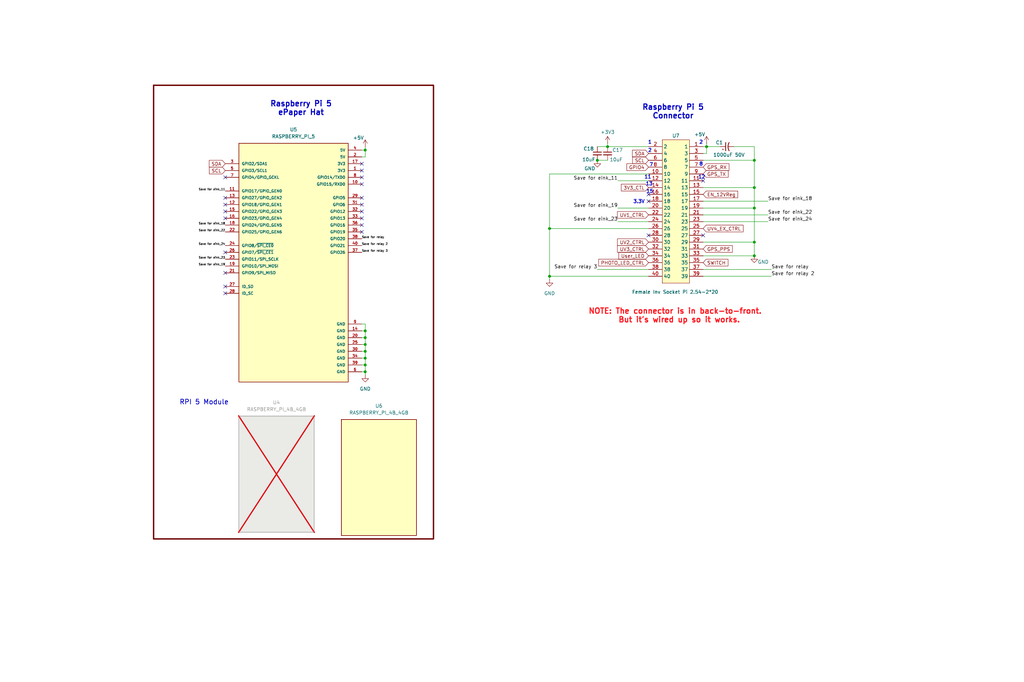
<source format=kicad_sch>
(kicad_sch (version 20250114) (generator "eeschema") (generator_version "9.0")
  (paper "User" 381 254)
  (title_block (title "MothBox") (date "2025-10-02") (rev "5.0.2") (company "Digital Naturalism Laboritories"))
  (lib_symbols
    (symbol "MothBox_Symbol_Library:+5V" (power) (pin_numbers (hide yes)) (pin_names (offset 0) (hide yes))
      (property "Value" "+5V" (at 0 3.556 0))
      (symbol "+5V_0_1"
        (polyline (pts (xy -0.762 1.27) (xy 0 2.54)))
        (polyline (pts (xy 0 2.54) (xy 0.762 1.27)))
        (polyline (pts (xy 0 0) (xy 0 2.54)))
      )
      (symbol "+5V_1_1"
        (pin power_in line (at 0 0 90) (length 0) (name "~") (number "1"))
      )
    )
    (symbol "MothBox_Symbol_Library:2.54-2*20"
      (property "Reference" "U" (at 0 30.48 0))
      (property "Value" "2.54-2*20" (at 0 -27.94 0))
      (symbol "2.54-2*20_0_1"
        (rectangle (start -5.08 27.94) (end 5.08 -25.4) (fill (type background)))
        (pin unspecified line (at -10.16 25.4 0) (length 5.08) (name "1") (number "1"))
        (pin unspecified line (at -10.16 22.86 0) (length 5.08) (name "3") (number "3"))
        (pin unspecified line (at -10.16 20.32 0) (length 5.08) (name "5") (number "5"))
        (pin unspecified line (at -10.16 17.78 0) (length 5.08) (name "7") (number "7"))
        (pin unspecified line (at -10.16 15.24 0) (length 5.08) (name "9") (number "9"))
        (pin unspecified line (at -10.16 12.7 0) (length 5.08) (name "11") (number "11"))
        (pin unspecified line (at -10.16 10.16 0) (length 5.08) (name "13") (number "13"))
        (pin unspecified line (at -10.16 7.62 0) (length 5.08) (name "15") (number "15"))
        (pin unspecified line (at -10.16 5.08 0) (length 5.08) (name "17") (number "17"))
        (pin unspecified line (at -10.16 2.54 0) (length 5.08) (name "19") (number "19"))
        (pin unspecified line (at -10.16 0 0) (length 5.08) (name "21") (number "21"))
        (pin unspecified line (at -10.16 -2.54 0) (length 5.08) (name "23") (number "23"))
        (pin unspecified line (at -10.16 -5.08 0) (length 5.08) (name "25") (number "25"))
        (pin unspecified line (at -10.16 -7.62 0) (length 5.08) (name "27") (number "27"))
        (pin unspecified line (at -10.16 -10.16 0) (length 5.08) (name "29") (number "29"))
        (pin unspecified line (at -10.16 -12.7 0) (length 5.08) (name "31") (number "31"))
        (pin unspecified line (at -10.16 -15.24 0) (length 5.08) (name "33") (number "33"))
        (pin unspecified line (at -10.16 -17.78 0) (length 5.08) (name "35") (number "35"))
        (pin unspecified line (at -10.16 -20.32 0) (length 5.08) (name "37") (number "37"))
        (pin unspecified line (at -10.16 -22.86 0) (length 5.08) (name "39") (number "39"))
        (pin unspecified line (at 10.16 25.4 180) (length 5.08) (name "2") (number "2"))
        (pin unspecified line (at 10.16 22.86 180) (length 5.08) (name "4") (number "4"))
        (pin unspecified line (at 10.16 20.32 180) (length 5.08) (name "6") (number "6"))
        (pin unspecified line (at 10.16 17.78 180) (length 5.08) (name "8") (number "8"))
        (pin unspecified line (at 10.16 15.24 180) (length 5.08) (name "10") (number "10"))
        (pin unspecified line (at 10.16 12.7 180) (length 5.08) (name "12") (number "12"))
        (pin unspecified line (at 10.16 10.16 180) (length 5.08) (name "14") (number "14"))
        (pin unspecified line (at 10.16 7.62 180) (length 5.08) (name "16") (number "16"))
        (pin unspecified line (at 10.16 5.08 180) (length 5.08) (name "18") (number "18"))
        (pin unspecified line (at 10.16 2.54 180) (length 5.08) (name "20") (number "20"))
        (pin unspecified line (at 10.16 0 180) (length 5.08) (name "22") (number "22"))
        (pin unspecified line (at 10.16 -2.54 180) (length 5.08) (name "24") (number "24"))
        (pin unspecified line (at 10.16 -5.08 180) (length 5.08) (name "26") (number "26"))
        (pin unspecified line (at 10.16 -7.62 180) (length 5.08) (name "28") (number "28"))
        (pin unspecified line (at 10.16 -10.16 180) (length 5.08) (name "30") (number "30"))
        (pin unspecified line (at 10.16 -12.7 180) (length 5.08) (name "32") (number "32"))
        (pin unspecified line (at 10.16 -15.24 180) (length 5.08) (name "34") (number "34"))
        (pin unspecified line (at 10.16 -17.78 180) (length 5.08) (name "36") (number "36"))
        (pin unspecified line (at 10.16 -20.32 180) (length 5.08) (name "38") (number "38"))
        (pin unspecified line (at 10.16 -22.86 180) (length 5.08) (name "40") (number "40"))
      )
    )
    (symbol "MothBox_Symbol_Library:C_Polarized_Small_US" (pin_numbers (hide yes)) (pin_names (offset 0.254) (hide yes))
      (property "Reference" "C" (at 0.254 1.778 0))
      (property "Value" "C_Polarized_Small_US" (at 0.254 -2.032 0))
      (symbol "C_Polarized_Small_US_0_1"
        (polyline (pts (xy -1.524 0.508) (xy 1.524 0.508)) (stroke (width 0.3048)))
        (polyline (pts (xy -1.27 1.524) (xy -0.762 1.524)))
        (polyline (pts (xy -1.016 1.27) (xy -1.016 1.778)))
        (arc (start -1.524 -0.762) (mid 0 -0.3734) (end 1.524 -0.762) (stroke (width 0.3048)))
      )
      (symbol "C_Polarized_Small_US_1_1"
        (pin passive line (at 0 2.54 270) (length 2.032) (name "~") (number "1"))
        (pin passive line (at 0 -2.54 90) (length 2.032) (name "~") (number "2"))
      )
    )
    (symbol "MothBox_Symbol_Library:C_Small" (pin_numbers (hide yes)) (pin_names (offset 0.254) (hide yes))
      (property "Reference" "C" (at 0.254 1.778 0))
      (property "Value" "C_Small" (at 0.254 -2.032 0))
      (symbol "C_Small_0_1"
        (polyline (pts (xy -1.524 0.508) (xy 1.524 0.508)) (stroke (width 0.3048)))
        (polyline (pts (xy -1.524 -0.508) (xy 1.524 -0.508)) (stroke (width 0.3302)))
      )
      (symbol "C_Small_1_1"
        (pin passive line (at 0 2.54 270) (length 2.032) (name "~") (number "1"))
        (pin passive line (at 0 -2.54 90) (length 2.032) (name "~") (number "2"))
      )
    )
    (symbol "MothBox_Symbol_Library:GND" (power) (pin_numbers (hide yes)) (pin_names (offset 0) (hide yes))
      (property "Value" "GND" (at 0 -3.81 0))
      (symbol "GND_0_1"
        (polyline (pts (xy 0 0) (xy 0 -1.27) (xy 1.27 -1.27) (xy 0 -2.54) (xy -1.27 -1.27) (xy 0 -1.27)))
      )
      (symbol "GND_1_1"
        (pin power_in line (at 0 0 270) (length 0) (name "~") (number "1"))
      )
    )
    (symbol "RASPBERRY_PI_4B_4GB_1" (pin_names (offset 1.016))
      (property "Reference" "U4" (at 0 38.1 0))
      (property "Value" "RASPBERRY_PI_4B_4GB" (at 0 35.56 0))
      (symbol "RASPBERRY_PI_4B_4GB_1_0_0"
        (rectangle (start -13.97 33.02) (end 13.97 -10.16) (stroke (width 0.254)) (fill (type background)))
      )
    )
    (symbol "RASPBERRY_PI_4B_4GB_2" (pin_names (offset 1.016))
      (property "Reference" "U1" (at 0 38.1 0))
      (property "Value" "RASPBERRY_PI_5" (at 0 35.56 0))
      (symbol "RASPBERRY_PI_4B_4GB_2_0_0"
        (rectangle (start -20.32 33.02) (end 20.32 -55.88) (stroke (width 0.254)) (fill (type background)))
        (pin bidirectional line (at -25.4 25.4 0) (length 5.08) (name "GPIO2/SDA1") (number "3"))
        (pin bidirectional line (at -25.4 22.86 0) (length 5.08) (name "GPIO3/SCL1") (number "5"))
        (pin bidirectional line (at -25.4 20.32 0) (length 5.08) (name "GPIO4/GPIO_GCKL") (number "7"))
        (pin bidirectional line (at -25.4 15.24 0) (length 5.08) (name "GPIO17/GPIO_GEN0") (number "11"))
        (pin bidirectional line (at -25.4 12.7 0) (length 5.08) (name "GPIO27/GPIO_GEN2") (number "13"))
        (pin bidirectional line (at -25.4 10.16 0) (length 5.08) (name "GPIO18/GPIO_GEN1") (number "12"))
        (pin bidirectional line (at -25.4 7.62 0) (length 5.08) (name "GPIO22/GPIO_GEN3") (number "15"))
        (pin bidirectional line (at -25.4 5.08 0) (length 5.08) (name "GPIO23/GPIO_GEN4") (number "16"))
        (pin bidirectional line (at -25.4 2.54 0) (length 5.08) (name "GPIO24/GPIO_GEN5") (number "18"))
        (pin bidirectional line (at -25.4 0 0) (length 5.08) (name "GPIO25/GPIO_GEN6") (number "22"))
        (pin bidirectional line (at -25.4 -5.08 0) (length 5.08) (name "GPIO8/~{SPI_CE0}") (number "24"))
        (pin bidirectional line (at -25.4 -7.62 0) (length 5.08) (name "GPIO7/~{SPI_CE1}") (number "26"))
        (pin bidirectional line (at -25.4 -10.16 0) (length 5.08) (name "GPIO11/SPI_SCLK") (number "23"))
        (pin bidirectional line (at -25.4 -12.7 0) (length 5.08) (name "GPIO10/SPI_MOSI") (number "19"))
        (pin bidirectional line (at -25.4 -15.24 0) (length 5.08) (name "GPIO9/SPI_MISO") (number "21"))
        (pin bidirectional line (at -25.4 -20.32 0) (length 5.08) (name "ID_SD") (number "27"))
        (pin bidirectional line (at -25.4 -22.86 0) (length 5.08) (name "ID_SC") (number "28"))
        (pin power_in line (at 25.4 30.48 180) (length 5.08) (name "5V") (number "4"))
        (pin power_in line (at 25.4 27.94 180) (length 5.08) (name "5V") (number "2"))
        (pin power_in line (at 25.4 25.4 180) (length 5.08) (name "3V3") (number "17"))
        (pin power_in line (at 25.4 22.86 180) (length 5.08) (name "3V3") (number "1"))
        (pin bidirectional line (at 25.4 20.32 180) (length 5.08) (name "GPIO14/TXD0") (number "8"))
        (pin bidirectional line (at 25.4 17.78 180) (length 5.08) (name "GPIO15/RXD0") (number "10"))
        (pin bidirectional line (at 25.4 12.7 180) (length 5.08) (name "GPIO5") (number "29"))
        (pin bidirectional line (at 25.4 10.16 180) (length 5.08) (name "GPIO6") (number "31"))
        (pin bidirectional line (at 25.4 7.62 180) (length 5.08) (name "GPIO12") (number "32"))
        (pin bidirectional line (at 25.4 5.08 180) (length 5.08) (name "GPIO13") (number "33"))
        (pin bidirectional line (at 25.4 2.54 180) (length 5.08) (name "GPIO16") (number "36"))
        (pin bidirectional line (at 25.4 0 180) (length 5.08) (name "GPIO19") (number "35"))
        (pin bidirectional line (at 25.4 -2.54 180) (length 5.08) (name "GPIO20") (number "38"))
        (pin bidirectional line (at 25.4 -5.08 180) (length 5.08) (name "GPIO21") (number "40"))
        (pin bidirectional line (at 25.4 -7.62 180) (length 5.08) (name "GPIO26") (number "37"))
        (pin power_in line (at 25.4 -34.29 180) (length 5.08) (name "GND") (number "9"))
        (pin power_in line (at 25.4 -36.83 180) (length 5.08) (name "GND") (number "14"))
        (pin power_in line (at 25.4 -39.37 180) (length 5.08) (name "GND") (number "20"))
        (pin power_in line (at 25.4 -41.91 180) (length 5.08) (name "GND") (number "25"))
        (pin power_in line (at 25.4 -44.45 180) (length 5.08) (name "GND") (number "30"))
        (pin power_in line (at 25.4 -46.99 180) (length 5.08) (name "GND") (number "34"))
        (pin power_in line (at 25.4 -49.53 180) (length 5.08) (name "GND") (number "39"))
        (pin power_in line (at 25.4 -52.07 180) (length 5.08) (name "GND") (number "6"))
      )
    )
    (symbol "power:+3V3" (power) (pin_numbers (hide yes)) (pin_names (offset 0) (hide yes))
      (property "Value" "+3V3" (at 0 3.556 0))
      (symbol "+3V3_0_1"
        (polyline (pts (xy -0.762 1.27) (xy 0 2.54)))
        (polyline (pts (xy 0 2.54) (xy 0.762 1.27)))
        (polyline (pts (xy 0 0) (xy 0 2.54)))
      )
      (symbol "+3V3_1_1"
        (pin power_in line (at 0 0 90) (length 0) (name "~") (number "1"))
      )
    )
  )
  (rectangle (start 57.15 31.75) (end 161.29 200.66) (stroke (width 0.508) (color 110 0 0 1)))
  (text "13" (at 241.554 68.58 0) (effects (font (size 1.27 1.27) (thickness 0.254) (bold yes))))
  (text "2" (at 260.858 53.086 0) (effects (font (size 1.27 1.27) (thickness 0.254) (bold yes))))
  (text "1" (at 241.808 53.086 0) (effects (font (size 1.27 1.27) (thickness 0.254) (bold yes))))
  (text "Raspberry Pi 5\nConnector" (at 250.444 41.656 0) (effects (font (size 2 2) (thickness 0.4) (bold yes))))
  (text "NOTE: The connector is in back-to-front.  \nBut it's wired up so it works." (at 252.73 117.602 0) (effects (font (size 2 2) (thickness 0.4) (bold yes))))
  (text "RPI 5 Module\n" (at 75.946 149.86 0) (effects (font (size 1.778 1.778) (thickness 0.254) (bold yes))))
  (text "11" (at 241.046 66.04 0) (effects (font (size 1.27 1.27) (thickness 0.254) (bold yes))))
  (text "8" (at 260.858 61.214 0) (effects (font (size 1.27 1.27) (thickness 0.254) (bold yes))))
  (text "3.3V" (at 237.744 75.184 0) (effects (font (size 1.27 1.27) (thickness 0.254) (bold yes))))
  (text "15" (at 241.808 71.374 0) (effects (font (size 1.27 1.27) (thickness 0.254) (bold yes))))
  (text "12" (at 261.112 66.04 0) (effects (font (size 1.27 1.27) (thickness 0.254) (bold yes))))
  (text "Raspberry Pi 5\nePaper Hat" (at 112.014 40.386 0) (effects (font (size 2 2) (thickness 0.4) (bold yes))))
  (text "2" (at 241.808 56.134 0) (effects (font (size 1.27 1.27) (thickness 0.254) (bold yes))))
  (text "7" (at 242.316 61.468 0) (effects (font (size 1.27 1.27) (thickness 0.254) (bold yes))))
  (junction (at 135.89 123.19))
  (junction (at 226.06 54.61))
  (junction (at 135.89 135.89))
  (junction (at 280.67 69.85))
  (junction (at 135.89 55.88))
  (junction (at 280.67 95.25))
  (junction (at 135.89 125.73))
  (junction (at 222.25 59.69))
  (junction (at 280.67 77.47))
  (junction (at 135.89 130.81))
  (junction (at 280.67 90.17))
  (junction (at 135.89 133.35))
  (junction (at 262.89 54.61))
  (junction (at 135.89 128.27))
  (junction (at 204.47 85.09))
  (junction (at 280.67 59.69))
  (junction (at 204.47 102.87))
  (junction (at 135.89 138.43))
  (no_connect (at 83.82 81.28))
  (no_connect (at 241.3 74.93))
  (no_connect (at 83.82 109.22))
  (no_connect (at 134.62 68.58))
  (no_connect (at 134.62 60.96))
  (no_connect (at 83.82 93.98))
  (no_connect (at 241.3 72.39))
  (no_connect (at 134.62 76.2))
  (no_connect (at 83.82 76.2))
  (no_connect (at 134.62 81.28))
  (no_connect (at 83.82 66.04))
  (no_connect (at 83.82 101.6))
  (no_connect (at 134.62 78.74))
  (no_connect (at 83.82 73.66))
  (no_connect (at 83.82 106.68))
  (no_connect (at 261.62 87.63))
  (no_connect (at 134.62 86.36))
  (no_connect (at 83.82 78.74))
  (no_connect (at 134.62 66.04))
  (no_connect (at 134.62 73.66))
  (no_connect (at 241.3 87.63))
  (no_connect (at 134.62 63.5))
  (no_connect (at 134.62 83.82))
  (no_connect (at 261.62 67.31))
  (wire (pts (xy 285.75 80.01) (xy 261.62 80.01)))
  (wire (pts (xy 262.89 54.61) (xy 261.62 54.61)))
  (wire (pts (xy 135.89 133.35) (xy 135.89 135.89)))
  (wire (pts (xy 134.62 58.42) (xy 135.89 58.42)))
  (wire (pts (xy 134.62 120.65) (xy 135.89 120.65)))
  (wire (pts (xy 134.62 55.88) (xy 135.89 55.88)))
  (wire (pts (xy 229.87 77.47) (xy 241.3 77.47)))
  (wire (pts (xy 135.89 54.61) (xy 135.89 55.88)))
  (wire (pts (xy 134.62 128.27) (xy 135.89 128.27)))
  (wire (pts (xy 261.62 90.17) (xy 280.67 90.17)))
  (wire (pts (xy 135.89 58.42) (xy 135.89 55.88)))
  (wire (pts (xy 135.89 138.43) (xy 135.89 139.7)))
  (wire (pts (xy 204.47 102.87) (xy 241.3 102.87)))
  (wire (pts (xy 229.87 82.55) (xy 241.3 82.55)))
  (wire (pts (xy 262.89 54.61) (xy 267.97 54.61)))
  (wire (pts (xy 285.75 82.55) (xy 261.62 82.55)))
  (wire (pts (xy 280.67 90.17) (xy 280.67 95.25)))
  (wire (pts (xy 261.62 59.69) (xy 280.67 59.69)))
  (wire (pts (xy 226.06 54.61) (xy 241.3 54.61)))
  (wire (pts (xy 280.67 59.69) (xy 280.67 69.85)))
  (wire (pts (xy 134.62 125.73) (xy 135.89 125.73)))
  (wire (pts (xy 134.62 130.81) (xy 135.89 130.81)))
  (wire (pts (xy 135.89 128.27) (xy 135.89 130.81)))
  (wire (pts (xy 134.62 133.35) (xy 135.89 133.35)))
  (wire (pts (xy 204.47 102.87) (xy 204.47 104.14)))
  (wire (pts (xy 261.62 95.25) (xy 280.67 95.25)))
  (wire (pts (xy 261.62 77.47) (xy 280.67 77.47)))
  (wire (pts (xy 135.89 120.65) (xy 135.89 123.19)))
  (wire (pts (xy 226.06 53.34) (xy 226.06 54.61)))
  (wire (pts (xy 135.89 130.81) (xy 135.89 133.35)))
  (wire (pts (xy 204.47 85.09) (xy 241.3 85.09)))
  (wire (pts (xy 280.67 69.85) (xy 280.67 77.47)))
  (wire (pts (xy 241.3 64.77) (xy 204.47 64.77)))
  (wire (pts (xy 273.05 54.61) (xy 280.67 54.61)))
  (wire (pts (xy 222.25 59.69) (xy 226.06 59.69)))
  (wire (pts (xy 262.89 54.61) (xy 262.89 57.15)))
  (wire (pts (xy 135.89 125.73) (xy 135.89 128.27)))
  (wire (pts (xy 262.89 53.34) (xy 262.89 54.61)))
  (wire (pts (xy 135.89 123.19) (xy 135.89 125.73)))
  (wire (pts (xy 285.75 74.93) (xy 261.62 74.93)))
  (wire (pts (xy 222.25 54.61) (xy 226.06 54.61)))
  (wire (pts (xy 204.47 64.77) (xy 204.47 85.09)))
  (wire (pts (xy 134.62 135.89) (xy 135.89 135.89)))
  (wire (pts (xy 280.67 77.47) (xy 280.67 90.17)))
  (wire (pts (xy 261.62 69.85) (xy 280.67 69.85)))
  (wire (pts (xy 135.89 135.89) (xy 135.89 138.43)))
  (wire (pts (xy 229.87 67.31) (xy 241.3 67.31)))
  (wire (pts (xy 280.67 54.61) (xy 280.67 59.69)))
  (wire (pts (xy 287.02 102.87) (xy 261.62 102.87)))
  (wire (pts (xy 222.25 100.33) (xy 241.3 100.33)))
  (wire (pts (xy 204.47 85.09) (xy 204.47 102.87)))
  (wire (pts (xy 134.62 123.19) (xy 135.89 123.19)))
  (wire (pts (xy 287.02 100.33) (xy 261.62 100.33)))
  (wire (pts (xy 262.89 57.15) (xy 261.62 57.15)))
  (wire (pts (xy 134.62 138.43) (xy 135.89 138.43)))
  (label "Save for eink_24" (at 83.82 91.44 180) (effects (font (size 0.762 0.762))))
  (label "Save for relay" (at 287.02 100.33 0))
  (label "Save for relay 3" (at 134.62 93.98 0) (effects (font (size 0.762 0.762))))
  (label "Save for eink_11" (at 83.82 71.12 180) (effects (font (size 0.762 0.762))))
  (label "Save for relay 2" (at 134.62 91.44 0) (effects (font (size 0.762 0.762))))
  (label "Save for eink_19" (at 83.82 99.06 180) (effects (font (size 0.762 0.762))))
  (label "Save for eink_24" (at 285.75 82.55 0))
  (label "Save for eink_23" (at 83.82 96.52 180) (effects (font (size 0.762 0.762))))
  (label "Save for eink_19" (at 229.87 77.47 180))
  (label "Save for eink_11" (at 229.87 67.31 180))
  (label "Save for eink_22" (at 83.82 86.36 180) (effects (font (size 0.762 0.762))))
  (label "Save for relay 3" (at 222.25 100.33 180))
  (label "Save for eink_18" (at 285.75 74.93 0))
  (label "Save for relay" (at 134.62 88.9 0) (effects (font (size 0.762 0.762))))
  (label "Save for eink_23" (at 229.87 82.55 180))
  (label "Save for relay 2" (at 287.02 102.87 0))
  (label "Save for eink_22" (at 285.75 80.01 0))
  (label "Save for eink_18" (at 83.82 83.82 180) (effects (font (size 0.762 0.762))))
  (global_label "EN_12VReg" (shape input) (at 261.62 72.39 0) (property "Intersheetrefs" "${INTERSHEET_REFS}" (effects (hide yes))))
  (global_label "UV4_EX_CTRL" (shape input) (at 261.62 85.09 0) (property "Intersheetrefs" "${INTERSHEET_REFS}" (effects (hide yes))))
  (global_label "GPS_PPS" (shape input) (at 261.62 92.71 0) (property "Intersheetrefs" "${INTERSHEET_REFS}" (effects (hide yes))))
  (global_label "GPS_RX" (shape input) (at 261.62 62.23 0) (property "Intersheetrefs" "${INTERSHEET_REFS}" (effects (hide yes))))
  (global_label "SDA" (shape input) (at 241.3 57.15 180) (property "Intersheetrefs" "${INTERSHEET_REFS}" (effects (hide yes))))
  (global_label "GPS_TX" (shape input) (at 261.62 64.77 0) (property "Intersheetrefs" "${INTERSHEET_REFS}" (effects (hide yes))))
  (global_label "SCL" (shape input) (at 241.3 59.69 180) (property "Intersheetrefs" "${INTERSHEET_REFS}" (effects (hide yes))))
  (global_label "3V3_CTL" (shape input) (at 241.3 69.85 180) (property "Intersheetrefs" "${INTERSHEET_REFS}" (effects (hide yes))))
  (global_label "PHOTO_LED_CTRL" (shape input) (at 241.3 97.79 180) (property "Intersheetrefs" "${INTERSHEET_REFS}" (effects (hide yes))))
  (global_label "UV3_CTRL" (shape input) (at 241.3 92.71 180) (property "Intersheetrefs" "${INTERSHEET_REFS}" (effects (hide yes))))
  (global_label "UV2_CTRL" (shape input) (at 241.3 90.17 180) (property "Intersheetrefs" "${INTERSHEET_REFS}" (effects (hide yes))))
  (global_label "GPIO4" (shape input) (at 241.3 62.23 180) (property "Intersheetrefs" "${INTERSHEET_REFS}" (effects (hide yes))))
  (global_label "User_LED" (shape input) (at 241.3 95.25 180) (property "Intersheetrefs" "${INTERSHEET_REFS}" (effects (hide yes))))
  (global_label "SWITCH" (shape input) (at 261.62 97.79 0) (property "Intersheetrefs" "${INTERSHEET_REFS}" (effects (hide yes))))
  (global_label "SDA" (shape input) (at 83.82 60.96 180) (property "Intersheetrefs" "${INTERSHEET_REFS}" (effects (hide yes))))
  (global_label "UV1_CTRL" (shape input) (at 241.3 80.01 180) (property "Intersheetrefs" "${INTERSHEET_REFS}" (effects (hide yes))))
  (global_label "SCL" (shape input) (at 83.82 63.5 180) (property "Intersheetrefs" "${INTERSHEET_REFS}" (effects (hide yes))))
  (symbol (lib_name "RASPBERRY_PI_4B_4GB_1") (lib_id "MothBox_Symbol_Library:RASPBERRY_PI_4B_4GB_1") (at 140.97 189.23 0) (unit 1) (in_bom no)
    (property "Reference" "U6" (at 140.97 151.13 0))
    (property "Value" "RASPBERRY_PI_4B_4GB" (at 140.97 153.67 0))
    (property "Footprint" "RASPBERRY_PI_4B_4GB:MODULE_RASPBERRY_PI_4B_4GB_Sideways" (effects (hide yes)))
    (property "MF" "Raspberry Pi" (effects (hide yes)))
    (property "MAXIMUM_PACKAGE_HEIGHT" "16 mm" (effects (hide yes)))
    (property "Package" "None" (effects (hide yes)))
    (property "Price" "None" (effects (hide yes)))
    (property "Check_prices" "https://www.snapeda.com/parts/RASPBERRY%20PI%204B/4GB/Raspberry+Pi/view-part/?ref=eda" (effects (hide yes)))
    (property "STANDARD" "Manufacturer Recommendations" (effects (hide yes)))
    (property "PARTREV" "4" (effects (hide yes)))
    (property "SnapEDA_Link" "https://www.snapeda.com/parts/RASPBERRY%20PI%204B/4GB/Raspberry+Pi/view-part/?ref=snap" (effects (hide yes)))
    (property "MP" "RASPBERRY PI 4B/4GB" (effects (hide yes)))
    (property "Description_1" "BCM2711 Raspberry Pi 4 Model B 4GB - ARM® Cortex®-A72 MPU Embedded Evaluation Board" (effects (hide yes)))
    (property "Availability" "Not in stock" (effects (hide yes)))
    (property "SNAPEDA_PN" "RASPBERRY PI 4B/4GB" (effects (hide yes)))
    (property "Digikey_Part_No" "SC1113" (effects (hide yes)))
  )
  (symbol (lib_id "MothBox_Symbol_Library:GND") (at 222.25 59.69 0) (unit 1)
    (property "Reference" "#PWR074" (effects (hide yes)))
    (property "Value" "GND" (at 219.456 62.738 0))
    (property "Description" "Power symbol creates a global label with name \"GND\" , ground" (effects (hide yes)))
  )
  (symbol (lib_id "MothBox_Symbol_Library:GND") (at 204.47 104.14 0) (unit 1)
    (property "Reference" "#PWR061" (effects (hide yes)))
    (property "Value" "GND" (at 204.47 109.22 0))
    (property "Description" "Power symbol creates a global label with name \"GND\" , ground" (effects (hide yes)))
  )
  (symbol (lib_id "MothBox_Symbol_Library:C_Polarized_Small_US") (at 270.51 54.61 90) (unit 1)
    (property "Reference" "C1" (at 268.986 53.086 90) (effects (justify left)))
    (property "Value" "1000uF 50V" (at 277.114 57.658 90) (effects (justify left)))
    (property "Footprint" "0_easyeda_footprints:CAP-TH_BD16.0-P7.50-D1.2-FD" (effects (hide yes)))
    (property "Datasheet" "https://lcsc.com/product-detail/Aluminum-Electrolytic-Capacitors-Leaded_1000uF-20-50V_C106656.html" (effects (hide yes)))
    (property "LCSC_Part" "C106656" (effects (hide yes)))
  )
  (symbol (lib_id "MothBox_Symbol_Library:GND") (at 135.89 139.7 0) (unit 1)
    (property "Reference" "#PWR018" (effects (hide yes)))
    (property "Value" "GND" (at 135.89 144.78 0))
    (property "Description" "Power symbol creates a global label with name \"GND\" , ground" (effects (hide yes)))
  )
  (symbol (lib_id "MothBox_Symbol_Library:+5V") (at 135.89 54.61 0) (unit 1)
    (property "Reference" "#PWR017" (effects (hide yes)))
    (property "Value" "+5V" (at 133.35 51.308 0))
    (property "Description" "Power symbol creates a global label with name \"+5V\"" (effects (hide yes)))
  )
  (symbol (lib_name "RASPBERRY_PI_4B_4GB_2") (lib_id "MothBox_Symbol_Library:RASPBERRY_PI_4B_4GB_2") (at 109.22 86.36 0) (unit 1)
    (property "Reference" "U5" (at 109.22 48.26 0))
    (property "Value" "RASPBERRY_PI_5" (at 109.22 50.8 0))
    (property "Footprint" "MothBox_footprints_Library:EPAPER_PinHeader_2x20_P2.54mm_Vertical" (effects (hide yes)))
    (property "MF" "Raspberry Pi" (effects (hide yes)))
    (property "LCSC_Part" "C5224014" (effects (hide yes)))
  )
  (symbol (lib_id "MothBox_Symbol_Library:GND") (at 280.67 95.25 0) (unit 1)
    (property "Reference" "#PWR060" (effects (hide yes)))
    (property "Value" "GND" (at 283.972 97.536 0))
    (property "Description" "Power symbol creates a global label with name \"GND\" , ground" (effects (hide yes)))
  )
  (symbol (lib_name "RASPBERRY_PI_4B_4GB_1") (lib_id "MothBox_Symbol_Library:RASPBERRY_PI_4B_4GB_1") (at 102.87 187.96 0) (unit 1) (exclude_from_sim yes) (in_bom no) (on_board no) (dnp yes)
    (property "Reference" "U4" (at 102.87 149.86 0))
    (property "Value" "RASPBERRY_PI_4B_4GB" (at 102.87 152.4 0))
    (property "Footprint" "RASPBERRY_PI_4B_4GB:MODULE_RASPBERRY_PI_4B_4GB" (effects (hide yes)))
    (property "MF" "Raspberry Pi" (effects (hide yes)))
    (property "MAXIMUM_PACKAGE_HEIGHT" "16 mm" (effects (hide yes)))
    (property "Package" "None" (effects (hide yes)))
    (property "Price" "None" (effects (hide yes)))
    (property "Check_prices" "https://www.snapeda.com/parts/RASPBERRY%20PI%204B/4GB/Raspberry+Pi/view-part/?ref=eda" (effects (hide yes)))
    (property "STANDARD" "Manufacturer Recommendations" (effects (hide yes)))
    (property "PARTREV" "4" (effects (hide yes)))
    (property "SnapEDA_Link" "https://www.snapeda.com/parts/RASPBERRY%20PI%204B/4GB/Raspberry+Pi/view-part/?ref=snap" (effects (hide yes)))
    (property "MP" "RASPBERRY PI 4B/4GB" (effects (hide yes)))
    (property "Description_1" "BCM2711 Raspberry Pi 4 Model B 4GB - ARM® Cortex®-A72 MPU Embedded Evaluation Board" (effects (hide yes)))
    (property "Availability" "Not in stock" (effects (hide yes)))
    (property "SNAPEDA_PN" "RASPBERRY PI 4B/4GB" (effects (hide yes)))
    (property "Digikey_Part_No" "SC1113" (effects (hide yes)))
  )
  (symbol (lib_id "MothBox_Symbol_Library:+5V") (at 262.89 53.34 0) (unit 1)
    (property "Reference" "#PWR025" (effects (hide yes)))
    (property "Value" "+5V" (at 260.35 50.038 0))
    (property "Description" "Power symbol creates a global label with name \"+5V\"" (effects (hide yes)))
  )
  (symbol (lib_id "MothBox_Symbol_Library:2.54-2*20") (at 251.46 80.01 0) (mirror y) (unit 1)
    (property "Reference" "U7" (at 251.46 50.546 0))
    (property "Value" "Female Inv Socket Pi 2.54-2*20" (at 251.206 108.712 0))
    (property "Footprint" "MothBox_footprints_Library:HDR-TH_40P-P2.54-H-F-R2-C20-W8.5" (effects (hide yes)))
    (property "LCSC_Part" "C2897440" (effects (hide yes)))
  )
  (symbol (lib_id "MothBox_Symbol_Library:C_Small") (at 226.06 57.15 0) (unit 1)
    (property "Reference" "C17" (at 227.838 55.88 0) (effects (justify left)))
    (property "Value" "10uF" (at 226.822 59.436 0) (effects (justify left)))
    (property "Footprint" "MothBox_footprints_Library:C_0603_1608Metric" (effects (hide yes)))
    (property "Description" "Unpolarized capacitor, small symbol" (effects (hide yes)))
    (property "LCSC_Part" "C19702" (effects (hide yes)))
  )
  (symbol (lib_id "power:+3V3") (at 226.06 53.34 0) (unit 1)
    (property "Reference" "#PWR076" (effects (hide yes)))
    (property "Value" "+3V3" (at 226.06 49.2069 0))
    (property "Description" "Power symbol creates a global label with name \"+3V3\"" (effects (hide yes)))
  )
  (symbol (lib_id "MothBox_Symbol_Library:C_Small") (at 222.25 57.15 0) (mirror y) (unit 1)
    (property "Reference" "C18" (at 220.98 55.372 0) (effects (justify left)))
    (property "Value" "10uF" (at 221.488 59.436 0) (effects (justify left)))
    (property "Footprint" "MothBox_footprints_Library:C_0603_1608Metric" (effects (hide yes)))
    (property "Description" "Unpolarized capacitor, small symbol" (effects (hide yes)))
    (property "LCSC_Part" "C19702" (effects (hide yes)))
  )
)
</source>
